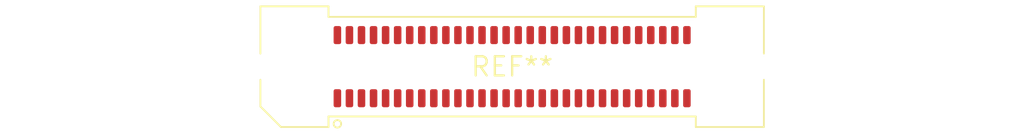
<source format=kicad_pcb>
(kicad_pcb (version 20240108) (generator pcbnew)
  (layers (0 "F.Cu" signal) (31 "B.Cu" signal) (34 "B.Paste" user) (35 "F.Paste" user) (36 "B.SilkS" user "B.Silkscreen") (37 "F.SilkS" user "F.Silkscreen") (38 "B.Mask" user) (39 "F.Mask" user) (44 "Edge.Cuts" user))
  (net 0 "")
  (footprint "Samtec_HSEC8-130-03-X-DV-A-WT_2x30_P0.8mm_Socket_WeldTabs" (layer "F.Cu") (at 0 0)
    (property "Reference" "REF**")
    (property "Value" "Samtec_HSEC8-130-03-X-DV-A-WT_2x30_P0.8mm_Socket_WeldTabs")
    (fp_line (start -16.71 -4.005) (end -12.19 -4.005) (layer "F.SilkS") (stroke (width 0.12)))
    (fp_line (start -16.71 -0.867929) (end -16.71 -4.005) (layer "F.SilkS") (stroke (width 0.12)))
    (fp_line (start -16.71 2.640563) (end -16.71 0.867929) (layer "F.SilkS") (stroke (width 0.12)))
    (fp_line (start -15.345563 4.005) (end -16.71 2.640563) (layer "F.SilkS") (stroke (width 0.12)))
    (fp_line (start -12.19 -4.005) (end -12.19 -3.305) (layer "F.SilkS") (stroke (width 0.12)))
    (fp_line (start -12.19 -3.305) (end 12.19 -3.305) (layer "F.SilkS") (stroke (width 0.12)))
    (fp_line (start -12.19 3.305) (end -12.19 4.005) (layer "F.SilkS") (stroke (width 0.12)))
    (fp_line (start -12.19 4.005) (end -15.345563 4.005) (layer "F.SilkS") (stroke (width 0.12)))
    (fp_line (start 12.19 -4.005) (end 16.71 -4.005) (layer "F.SilkS") (stroke (width 0.12)))
    (fp_line (start 12.19 -3.305) (end 12.19 -4.005) (layer "F.SilkS") (stroke (width 0.12)))
    (fp_line (start 12.19 3.305) (end -12.19 3.305) (layer "F.SilkS") (stroke (width 0.12)))
    (fp_line (start 12.19 4.005) (end 12.19 3.305) (layer "F.SilkS") (stroke (width 0.12)))
    (fp_line (start 16.71 -4.005) (end 16.71 -0.867929) (layer "F.SilkS") (stroke (width 0.12)))
    (fp_line (start 16.71 0.867929) (end 16.71 4.005) (layer "F.SilkS") (stroke (width 0.12)))
    (fp_line (start 16.71 4.005) (end 12.19 4.005) (layer "F.SilkS") (stroke (width 0.12)))
    (fp_arc (start -11.35 3.795) (mid -11.85 3.795) (end -11.35 3.795) (layer "F.SilkS") (stroke (width 0.12)))
    (pad "" thru_hole circle (at -15.45 0) (size 2.54 2.54) (drill 0.84) (layers *.Cu *.Mask "F.Paste") (remove_unused_layers))
    (pad "" np_thru_hole circle (at -13.1 1.5) (size 1.27 1.27) (drill 1.27) (layers *.Cu *.Mask))
    (pad "" np_thru_hole circle (at 13.1 0) (size 1.27 1.27) (drill 1.27) (layers *.Cu *.Mask))
    (pad "" thru_hole circle (at 15.45 0) (size 2.54 2.54) (drill 0.84) (layers *.Cu *.Mask "F.Paste") (remove_unused_layers))
    (pad "1" smd roundrect (at -11.6 2.095) (size 0.5 1.2) (layers "F.Cu" "F.Paste" "F.Mask"))
    (pad "2" smd roundrect (at -11.6 -2.095) (size 0.5 1.2) (layers "F.Cu" "F.Paste" "F.Mask"))
    (pad "3" smd roundrect (at -10.8 2.095) (size 0.5 1.2) (layers "F.Cu" "F.Paste" "F.Mask"))
    (pad "4" smd roundrect (at -10.8 -2.095) (size 0.5 1.2) (layers "F.Cu" "F.Paste" "F.Mask"))
    (pad "5" smd roundrect (at -10 2.095) (size 0.5 1.2) (layers "F.Cu" "F.Paste" "F.Mask"))
    (pad "6" smd roundrect (at -10 -2.095) (size 0.5 1.2) (layers "F.Cu" "F.Paste" "F.Mask"))
    (pad "7" smd roundrect (at -9.2 2.095) (size 0.5 1.2) (layers "F.Cu" "F.Paste" "F.Mask"))
    (pad "8" smd roundrect (at -9.2 -2.095) (size 0.5 1.2) (layers "F.Cu" "F.Paste" "F.Mask"))
    (pad "9" smd roundrect (at -8.4 2.095) (size 0.5 1.2) (layers "F.Cu" "F.Paste" "F.Mask"))
    (pad "10" smd roundrect (at -8.4 -2.095) (size 0.5 1.2) (layers "F.Cu" "F.Paste" "F.Mask"))
    (pad "11" smd roundrect (at -7.6 2.095) (size 0.5 1.2) (layers "F.Cu" "F.Paste" "F.Mask"))
    (pad "12" smd roundrect (at -7.6 -2.095) (size 0.5 1.2) (layers "F.Cu" "F.Paste" "F.Mask"))
    (pad "13" smd roundrect (at -6.8 2.095) (size 0.5 1.2) (layers "F.Cu" "F.Paste" "F.Mask"))
    (pad "14" smd roundrect (at -6.8 -2.095) (size 0.5 1.2) (layers "F.Cu" "F.Paste" "F.Mask"))
    (pad "15" smd roundrect (at -6 2.095) (size 0.5 1.2) (layers "F.Cu" "F.Paste" "F.Mask"))
    (pad "16" smd roundrect (at -6 -2.095) (size 0.5 1.2) (layers "F.Cu" "F.Paste" "F.Mask"))
    (pad "17" smd roundrect (at -5.2 2.095) (size 0.5 1.2) (layers "F.Cu" "F.Paste" "F.Mask"))
    (pad "18" smd roundrect (at -5.2 -2.095) (size 0.5 1.2) (layers "F.Cu" "F.Paste" "F.Mask"))
    (pad "19" smd roundrect (at -4.4 2.095) (size 0.5 1.2) (layers "F.Cu" "F.Paste" "F.Mask"))
    (pad "20" smd roundrect (at -4.4 -2.095) (size 0.5 1.2) (layers "F.Cu" "F.Paste" "F.Mask"))
    (pad "21" smd roundrect (at -3.6 2.095) (size 0.5 1.2) (layers "F.Cu" "F.Paste" "F.Mask"))
    (pad "22" smd roundrect (at -3.6 -2.095) (size 0.5 1.2) (layers "F.Cu" "F.Paste" "F.Mask"))
    (pad "23" smd roundrect (at -2.8 2.095) (size 0.5 1.2) (layers "F.Cu" "F.Paste" "F.Mask"))
    (pad "24" smd roundrect (at -2.8 -2.095) (size 0.5 1.2) (layers "F.Cu" "F.Paste" "F.Mask"))
    (pad "25" smd roundrect (at -2 2.095) (size 0.5 1.2) (layers "F.Cu" "F.Paste" "F.Mask"))
    (pad "26" smd roundrect (at -2 -2.095) (size 0.5 1.2) (layers "F.Cu" "F.Paste" "F.Mask"))
    (pad "27" smd roundrect (at -1.2 2.095) (size 0.5 1.2) (layers "F.Cu" "F.Paste" "F.Mask"))
    (pad "28" smd roundrect (at -1.2 -2.095) (size 0.5 1.2) (layers "F.Cu" "F.Paste" "F.Mask"))
    (pad "29" smd roundrect (at -0.4 2.095) (size 0.5 1.2) (layers "F.Cu" "F.Paste" "F.Mask"))
    (pad "30" smd roundrect (at -0.4 -2.095) (size 0.5 1.2) (layers "F.Cu" "F.Paste" "F.Mask"))
    (pad "31" smd roundrect (at 0.4 2.095) (size 0.5 1.2) (layers "F.Cu" "F.Paste" "F.Mask"))
    (pad "32" smd roundrect (at 0.4 -2.095) (size 0.5 1.2) (layers "F.Cu" "F.Paste" "F.Mask"))
    (pad "33" smd roundrect (at 1.2 2.095) (size 0.5 1.2) (layers "F.Cu" "F.Paste" "F.Mask"))
    (pad "34" smd roundrect (at 1.2 -2.095) (size 0.5 1.2) (layers "F.Cu" "F.Paste" "F.Mask"))
    (pad "35" smd roundrect (at 2 2.095) (size 0.5 1.2) (layers "F.Cu" "F.Paste" "F.Mask"))
    (pad "36" smd roundrect (at 2 -2.095) (size 0.5 1.2) (layers "F.Cu" "F.Paste" "F.Mask"))
    (pad "37" smd roundrect (at 2.8 2.095) (size 0.5 1.2) (layers "F.Cu" "F.Paste" "F.Mask"))
    (pad "38" smd roundrect (at 2.8 -2.095) (size 0.5 1.2) (layers "F.Cu" "F.Paste" "F.Mask"))
    (pad "39" smd roundrect (at 3.6 2.095) (size 0.5 1.2) (layers "F.Cu" "F.Paste" "F.Mask"))
    (pad "40" smd roundrect (at 3.6 -2.095) (size 0.5 1.2) (layers "F.Cu" "F.Paste" "F.Mask"))
    (pad "41" smd roundrect (at 4.4 2.095) (size 0.5 1.2) (layers "F.Cu" "F.Paste" "F.Mask"))
    (pad "42" smd roundrect (at 4.4 -2.095) (size 0.5 1.2) (layers "F.Cu" "F.Paste" "F.Mask"))
    (pad "43" smd roundrect (at 5.2 2.095) (size 0.5 1.2) (layers "F.Cu" "F.Paste" "F.Mask"))
    (pad "44" smd roundrect (at 5.2 -2.095) (size 0.5 1.2) (layers "F.Cu" "F.Paste" "F.Mask"))
    (pad "45" smd roundrect (at 6 2.095) (size 0.5 1.2) (layers "F.Cu" "F.Paste" "F.Mask"))
    (pad "46" smd roundrect (at 6 -2.095) (size 0.5 1.2) (layers "F.Cu" "F.Paste" "F.Mask"))
    (pad "47" smd roundrect (at 6.8 2.095) (size 0.5 1.2) (layers "F.Cu" "F.Paste" "F.Mask"))
    (pad "48" smd roundrect (at 6.8 -2.095) (size 0.5 1.2) (layers "F.Cu" "F.Paste" "F.Mask"))
    (pad "49" smd roundrect (at 7.6 2.095) (size 0.5 1.2) (layers "F.Cu" "F.Paste" "F.Mask"))
    (pad "50" smd roundrect (at 7.6 -2.095) (size 0.5 1.2) (layers "F.Cu" "F.Paste" "F.Mask"))
    (pad "51" smd roundrect (at 8.4 2.095) (size 0.5 1.2) (layers "F.Cu" "F.Paste" "F.Mask"))
    (pad "52" smd roundrect (at 8.4 -2.095) (size 0.5 1.2) (layers "F.Cu" "F.Paste" "F.Mask"))
    (pad "53" smd roundrect (at 9.2 2.095) (size 0.5 1.2) (layers "F.Cu" "F.Paste" "F.Mask"))
    (pad "54" smd roundrect (at 9.2 -2.095) (size 0.5 1.2) (layers "F.Cu" "F.Paste" "F.Mask"))
    (pad "55" smd roundrect (at 10 2.095) (size 0.5 1.2) (layers "F.Cu" "F.Paste" "F.Mask"))
    (pad "56" smd roundrect (at 10 -2.095) (size 0.5 1.2) (layers "F.Cu" "F.Paste" "F.Mask"))
    (pad "57" smd roundrect (at 10.8 2.095) (size 0.5 1.2) (layers "F.Cu" "F.Paste" "F.Mask"))
    (pad "58" smd roundrect (at 10.8 -2.095) (size 0.5 1.2) (layers "F.Cu" "F.Paste" "F.Mask"))
    (pad "59" smd roundrect (at 11.6 2.095) (size 0.5 1.2) (layers "F.Cu" "F.Paste" "F.Mask"))
    (pad "60" smd roundrect (at 11.6 -2.095) (size 0.5 1.2) (layers "F.Cu" "F.Paste" "F.Mask"))
  )
)
</source>
